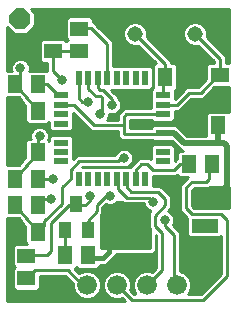
<source format=gtl>
G75*
%MOIN*%
%OFA0B0*%
%FSLAX25Y25*%
%IPPOS*%
%LPD*%
%AMOC8*
5,1,8,0,0,1.08239X$1,22.5*
%
%ADD10R,0.06299X0.05118*%
%ADD11R,0.05118X0.06299*%
%ADD12R,0.05000X0.02200*%
%ADD13R,0.02200X0.05000*%
%ADD14C,0.05150*%
%ADD15R,0.08800X0.04800*%
%ADD16R,0.08661X0.14173*%
%ADD17OC8,0.07000*%
%ADD18R,0.03937X0.05512*%
%ADD19R,0.05906X0.05118*%
%ADD20R,0.05118X0.05906*%
%ADD21C,0.06600*%
%ADD22C,0.00984*%
%ADD23C,0.01000*%
%ADD24C,0.03175*%
%ADD25C,0.01200*%
%ADD26C,0.01600*%
%ADD27C,0.01969*%
D10*
X0092102Y0089642D03*
X0092102Y0097516D03*
D11*
X0081768Y0097024D03*
X0073894Y0097024D03*
X0083736Y0080783D03*
X0091610Y0080783D03*
D12*
X0073077Y0081374D03*
X0073077Y0078224D03*
X0073077Y0075075D03*
X0073077Y0071925D03*
X0073077Y0068776D03*
X0073077Y0084524D03*
X0073077Y0087673D03*
X0073077Y0090823D03*
X0039277Y0090823D03*
X0039277Y0087673D03*
X0039277Y0084524D03*
X0039277Y0081374D03*
X0039277Y0078224D03*
X0039277Y0075075D03*
X0039277Y0071925D03*
X0039277Y0068776D03*
D13*
X0045154Y0062899D03*
X0048303Y0062899D03*
X0051453Y0062899D03*
X0054602Y0062899D03*
X0057752Y0062899D03*
X0060902Y0062899D03*
X0064051Y0062899D03*
X0067201Y0062899D03*
X0067201Y0096699D03*
X0064051Y0096699D03*
X0060902Y0096699D03*
X0057752Y0096699D03*
X0054602Y0096699D03*
X0051453Y0096699D03*
X0048303Y0096699D03*
X0045154Y0096699D03*
D14*
X0063894Y0111295D03*
X0083894Y0111295D03*
D15*
X0087078Y0056419D03*
X0087078Y0047319D03*
X0087078Y0038219D03*
D16*
X0062677Y0047319D03*
D17*
X0025665Y0116217D03*
D18*
X0044366Y0054602D03*
X0040626Y0045941D03*
X0048106Y0045941D03*
D19*
X0027634Y0037280D03*
X0027634Y0029799D03*
X0036492Y0105587D03*
X0036492Y0113067D03*
X0045350Y0113067D03*
X0045350Y0105587D03*
D20*
X0031374Y0094563D03*
X0023894Y0094563D03*
X0023894Y0085705D03*
X0031374Y0085705D03*
X0031374Y0071925D03*
X0023894Y0071925D03*
X0023894Y0063067D03*
X0031374Y0063067D03*
X0031374Y0054209D03*
X0023894Y0054209D03*
X0023894Y0045350D03*
X0031374Y0045350D03*
X0040626Y0037476D03*
X0048106Y0037476D03*
X0081965Y0067988D03*
X0089445Y0067988D03*
D21*
X0077831Y0027634D03*
X0067831Y0027634D03*
X0057831Y0027634D03*
X0047831Y0027634D03*
X0037831Y0027634D03*
D22*
X0041413Y0032555D02*
X0046335Y0027634D01*
X0047831Y0027634D01*
X0041413Y0032555D02*
X0030390Y0032555D01*
X0027634Y0029799D01*
X0027634Y0037280D02*
X0030783Y0037476D01*
X0034524Y0037476D01*
X0036000Y0038953D01*
X0036000Y0048303D01*
X0041906Y0054209D01*
X0044760Y0054209D01*
X0044366Y0054602D01*
X0044760Y0054209D02*
X0047319Y0054209D01*
X0048795Y0055685D01*
X0048795Y0057161D01*
X0051256Y0054209D02*
X0054209Y0057161D01*
X0055685Y0057161D01*
X0058146Y0059622D02*
X0061098Y0056669D01*
X0068480Y0056669D01*
X0069957Y0055193D01*
X0071433Y0058638D02*
X0073894Y0056177D01*
X0073894Y0054209D01*
X0070449Y0050764D01*
X0070449Y0047319D01*
X0072909Y0044858D01*
X0072909Y0032555D01*
X0067988Y0027634D01*
X0067831Y0027634D01*
X0062752Y0022713D02*
X0086689Y0022713D01*
X0094563Y0030587D01*
X0094563Y0049287D01*
X0092594Y0051256D01*
X0082752Y0051256D01*
X0080783Y0053224D01*
X0080783Y0060114D01*
X0082752Y0062083D01*
X0087673Y0062083D01*
X0088657Y0063067D01*
X0088657Y0067201D01*
X0089445Y0067988D01*
X0088511Y0060114D02*
X0095055Y0060114D01*
X0095055Y0053224D01*
X0093432Y0053224D01*
X0093416Y0053240D01*
X0083574Y0053240D01*
X0082768Y0054046D01*
X0082768Y0059146D01*
X0083720Y0060098D01*
X0088495Y0060098D01*
X0088511Y0060114D01*
X0083675Y0060053D02*
X0095055Y0060053D01*
X0095055Y0059070D02*
X0082768Y0059070D01*
X0082768Y0058088D02*
X0095055Y0058088D01*
X0095055Y0057105D02*
X0082768Y0057105D01*
X0082768Y0056122D02*
X0095055Y0056122D01*
X0095055Y0055139D02*
X0082768Y0055139D01*
X0082768Y0054157D02*
X0095055Y0054157D01*
X0081965Y0067988D02*
X0078815Y0067988D01*
X0076846Y0066020D01*
X0069957Y0066020D01*
X0067988Y0067988D01*
X0066020Y0067988D01*
X0064051Y0066020D01*
X0064051Y0062899D01*
X0061098Y0062702D02*
X0061098Y0060114D01*
X0062575Y0058638D01*
X0071433Y0058638D01*
X0073894Y0049287D02*
X0073894Y0047319D01*
X0076846Y0044366D01*
X0076846Y0028618D01*
X0077831Y0027634D01*
X0062752Y0022713D02*
X0057831Y0027634D01*
X0048106Y0045941D02*
X0048106Y0049091D01*
X0051256Y0052240D01*
X0051256Y0054209D01*
X0058146Y0059622D02*
X0058146Y0062506D01*
X0057752Y0062899D01*
X0060902Y0062899D02*
X0061098Y0062702D01*
X0058146Y0068972D02*
X0045350Y0068972D01*
X0042398Y0066020D01*
X0039937Y0060606D02*
X0039445Y0060114D01*
X0039445Y0054701D01*
X0033539Y0048795D01*
X0033539Y0047516D01*
X0031374Y0045350D01*
X0023894Y0054209D01*
X0031374Y0054209D02*
X0033343Y0056177D01*
X0036000Y0056177D01*
X0040626Y0045941D02*
X0040626Y0037476D01*
X0023894Y0063067D02*
X0031374Y0071925D01*
X0031374Y0085705D02*
X0023894Y0094563D01*
X0031374Y0094563D02*
X0034524Y0094563D01*
X0037476Y0091610D01*
X0038490Y0091610D01*
X0039277Y0090823D01*
X0039277Y0087673D02*
X0043382Y0087673D01*
X0050272Y0080783D01*
X0060114Y0080783D01*
X0060114Y0077831D01*
X0072683Y0077831D01*
X0073077Y0078224D01*
X0071699Y0078815D01*
X0073077Y0084524D02*
X0060902Y0084524D01*
X0060114Y0083736D01*
X0060114Y0080783D01*
X0056177Y0089642D02*
X0053224Y0092594D01*
X0052240Y0092594D01*
X0051453Y0093382D01*
X0051453Y0096699D01*
X0054602Y0096699D02*
X0054602Y0107949D01*
X0049287Y0113264D01*
X0045547Y0113264D01*
X0045350Y0113067D01*
X0045350Y0105587D02*
X0036492Y0105587D01*
X0036492Y0098992D01*
X0039445Y0096039D01*
X0045154Y0092791D02*
X0045154Y0089839D01*
X0046335Y0088657D01*
X0048303Y0088657D01*
X0050764Y0090626D02*
X0048303Y0093087D01*
X0048303Y0096699D01*
X0050764Y0090626D02*
X0052240Y0090626D01*
X0052732Y0090134D01*
X0059130Y0069957D02*
X0058146Y0068972D01*
X0059130Y0069957D02*
X0060114Y0069957D01*
X0073077Y0087673D02*
X0077831Y0087673D01*
X0081768Y0091610D01*
X0085705Y0091610D01*
X0091610Y0097516D01*
X0092102Y0097516D01*
X0092102Y0103087D01*
X0083894Y0111295D01*
X0073894Y0101295D02*
X0073894Y0097024D01*
X0073077Y0096207D01*
X0073077Y0090823D01*
X0073894Y0101295D02*
X0063894Y0111295D01*
D23*
X0021244Y0049772D02*
X0021244Y0022228D01*
X0060441Y0022228D01*
X0059516Y0023154D01*
X0058782Y0022850D01*
X0056879Y0022850D01*
X0055121Y0023578D01*
X0053775Y0024924D01*
X0053046Y0026682D01*
X0053046Y0028586D01*
X0053775Y0030344D01*
X0055121Y0031690D01*
X0056879Y0032418D01*
X0058782Y0032418D01*
X0060541Y0031690D01*
X0061887Y0030344D01*
X0062615Y0028586D01*
X0062615Y0026682D01*
X0062311Y0025949D01*
X0063571Y0024689D01*
X0064010Y0024689D01*
X0063775Y0024924D01*
X0063046Y0026682D01*
X0063046Y0028586D01*
X0063775Y0030344D01*
X0065121Y0031690D01*
X0066879Y0032418D01*
X0068782Y0032418D01*
X0069627Y0032068D01*
X0070933Y0033374D01*
X0070933Y0044040D01*
X0070860Y0044113D01*
X0070860Y0039015D01*
X0069639Y0037794D01*
X0057477Y0037794D01*
X0057477Y0037514D01*
X0056139Y0036176D01*
X0054171Y0034208D01*
X0052150Y0034208D01*
X0052150Y0033909D01*
X0051280Y0033039D01*
X0044932Y0033039D01*
X0044366Y0033606D01*
X0043800Y0033039D01*
X0043724Y0033039D01*
X0045097Y0031666D01*
X0045121Y0031690D01*
X0046879Y0032418D01*
X0048782Y0032418D01*
X0050541Y0031690D01*
X0051887Y0030344D01*
X0052615Y0028586D01*
X0052615Y0026682D01*
X0051887Y0024924D01*
X0050541Y0023578D01*
X0048782Y0022850D01*
X0046879Y0022850D01*
X0045121Y0023578D01*
X0043775Y0024924D01*
X0043046Y0026682D01*
X0043046Y0028127D01*
X0040595Y0030579D01*
X0032071Y0030579D01*
X0032071Y0026625D01*
X0031201Y0025756D01*
X0024066Y0025756D01*
X0023197Y0026625D01*
X0023197Y0032973D01*
X0023763Y0033539D01*
X0023197Y0034106D01*
X0023197Y0040453D01*
X0024066Y0041323D01*
X0027791Y0041323D01*
X0027331Y0041783D01*
X0027331Y0047075D01*
X0025054Y0049772D01*
X0021244Y0049772D01*
X0021244Y0049715D02*
X0025101Y0049715D01*
X0025945Y0048717D02*
X0021244Y0048717D01*
X0021244Y0047718D02*
X0026788Y0047718D01*
X0027331Y0046720D02*
X0021244Y0046720D01*
X0021244Y0045721D02*
X0027331Y0045721D01*
X0027331Y0044723D02*
X0021244Y0044723D01*
X0021244Y0043724D02*
X0027331Y0043724D01*
X0027331Y0042726D02*
X0021244Y0042726D01*
X0021244Y0041727D02*
X0027386Y0041727D01*
X0023472Y0040729D02*
X0021244Y0040729D01*
X0021244Y0039730D02*
X0023197Y0039730D01*
X0023197Y0038732D02*
X0021244Y0038732D01*
X0021244Y0037733D02*
X0023197Y0037733D01*
X0023197Y0036735D02*
X0021244Y0036735D01*
X0021244Y0035736D02*
X0023197Y0035736D01*
X0023197Y0034738D02*
X0021244Y0034738D01*
X0021244Y0033739D02*
X0023564Y0033739D01*
X0023197Y0032740D02*
X0021244Y0032740D01*
X0021244Y0031742D02*
X0023197Y0031742D01*
X0023197Y0030743D02*
X0021244Y0030743D01*
X0021244Y0029745D02*
X0023197Y0029745D01*
X0023197Y0028746D02*
X0021244Y0028746D01*
X0021244Y0027748D02*
X0023197Y0027748D01*
X0023197Y0026749D02*
X0021244Y0026749D01*
X0021244Y0025751D02*
X0043432Y0025751D01*
X0043046Y0026749D02*
X0032071Y0026749D01*
X0032071Y0027748D02*
X0043046Y0027748D01*
X0042427Y0028746D02*
X0032071Y0028746D01*
X0032071Y0029745D02*
X0041429Y0029745D01*
X0044023Y0032740D02*
X0070300Y0032740D01*
X0070933Y0033739D02*
X0051980Y0033739D01*
X0050415Y0031742D02*
X0055247Y0031742D01*
X0054174Y0030743D02*
X0051487Y0030743D01*
X0052135Y0029745D02*
X0053527Y0029745D01*
X0053113Y0028746D02*
X0052548Y0028746D01*
X0052615Y0027748D02*
X0053046Y0027748D01*
X0053046Y0026749D02*
X0052615Y0026749D01*
X0052229Y0025751D02*
X0053432Y0025751D01*
X0053946Y0024752D02*
X0051715Y0024752D01*
X0050717Y0023754D02*
X0054945Y0023754D01*
X0059914Y0022755D02*
X0021244Y0022755D01*
X0021244Y0023754D02*
X0044945Y0023754D01*
X0043946Y0024752D02*
X0021244Y0024752D01*
X0045022Y0031742D02*
X0045247Y0031742D01*
X0054700Y0034738D02*
X0070933Y0034738D01*
X0070933Y0035736D02*
X0055699Y0035736D01*
X0056697Y0036735D02*
X0070933Y0036735D01*
X0070933Y0037733D02*
X0057477Y0037733D01*
X0060415Y0031742D02*
X0065247Y0031742D01*
X0064174Y0030743D02*
X0061487Y0030743D01*
X0062135Y0029745D02*
X0063527Y0029745D01*
X0063113Y0028746D02*
X0062548Y0028746D01*
X0062615Y0027748D02*
X0063046Y0027748D01*
X0063046Y0026749D02*
X0062615Y0026749D01*
X0062509Y0025751D02*
X0063432Y0025751D01*
X0063507Y0024752D02*
X0063946Y0024752D01*
X0070577Y0038732D02*
X0070933Y0038732D01*
X0070933Y0039730D02*
X0070860Y0039730D01*
X0070860Y0040729D02*
X0070933Y0040729D01*
X0070933Y0041727D02*
X0070860Y0041727D01*
X0070860Y0042726D02*
X0070933Y0042726D01*
X0070933Y0043724D02*
X0070860Y0043724D01*
X0076479Y0047529D02*
X0076498Y0047547D01*
X0076965Y0048676D01*
X0076965Y0049898D01*
X0076498Y0051027D01*
X0075634Y0051891D01*
X0074741Y0052261D01*
X0075870Y0053390D01*
X0075870Y0056996D01*
X0074712Y0058154D01*
X0072252Y0060614D01*
X0069785Y0060614D01*
X0069785Y0064043D01*
X0077665Y0064043D01*
X0077982Y0064360D01*
X0078791Y0063551D01*
X0081425Y0063551D01*
X0079965Y0062091D01*
X0078807Y0060933D01*
X0078807Y0052406D01*
X0081194Y0050019D01*
X0081194Y0044304D01*
X0082063Y0043435D01*
X0092093Y0043435D01*
X0092587Y0043929D01*
X0092587Y0031405D01*
X0085870Y0024689D01*
X0081652Y0024689D01*
X0081887Y0024924D01*
X0082615Y0026682D01*
X0082615Y0028586D01*
X0081887Y0030344D01*
X0080541Y0031690D01*
X0078823Y0032401D01*
X0078823Y0045185D01*
X0076479Y0047529D01*
X0076568Y0047718D02*
X0081194Y0047718D01*
X0081194Y0046720D02*
X0077288Y0046720D01*
X0078286Y0045721D02*
X0081194Y0045721D01*
X0081194Y0044723D02*
X0078823Y0044723D01*
X0078823Y0043724D02*
X0081774Y0043724D01*
X0078823Y0042726D02*
X0092587Y0042726D01*
X0092587Y0043724D02*
X0092382Y0043724D01*
X0092587Y0041727D02*
X0078823Y0041727D01*
X0078823Y0040729D02*
X0092587Y0040729D01*
X0092587Y0039730D02*
X0078823Y0039730D01*
X0078823Y0038732D02*
X0092587Y0038732D01*
X0092587Y0037733D02*
X0078823Y0037733D01*
X0078823Y0036735D02*
X0092587Y0036735D01*
X0092587Y0035736D02*
X0078823Y0035736D01*
X0078823Y0034738D02*
X0092587Y0034738D01*
X0092587Y0033739D02*
X0078823Y0033739D01*
X0078823Y0032740D02*
X0092587Y0032740D01*
X0092587Y0031742D02*
X0080415Y0031742D01*
X0081487Y0030743D02*
X0091925Y0030743D01*
X0090926Y0029745D02*
X0082135Y0029745D01*
X0082548Y0028746D02*
X0089928Y0028746D01*
X0088929Y0027748D02*
X0082615Y0027748D01*
X0082615Y0026749D02*
X0087931Y0026749D01*
X0086932Y0025751D02*
X0082229Y0025751D01*
X0081715Y0024752D02*
X0085934Y0024752D01*
X0081194Y0048717D02*
X0076965Y0048717D01*
X0076965Y0049715D02*
X0081194Y0049715D01*
X0080499Y0050714D02*
X0076628Y0050714D01*
X0075813Y0051712D02*
X0079501Y0051712D01*
X0078807Y0052711D02*
X0075191Y0052711D01*
X0075870Y0053709D02*
X0078807Y0053709D01*
X0078807Y0054708D02*
X0075870Y0054708D01*
X0075870Y0055706D02*
X0078807Y0055706D01*
X0078807Y0056705D02*
X0075870Y0056705D01*
X0075163Y0057703D02*
X0078807Y0057703D01*
X0078807Y0058702D02*
X0074164Y0058702D01*
X0073166Y0059700D02*
X0078807Y0059700D01*
X0078807Y0060699D02*
X0069785Y0060699D01*
X0069785Y0061697D02*
X0079572Y0061697D01*
X0080570Y0062696D02*
X0069785Y0062696D01*
X0069785Y0063694D02*
X0078648Y0063694D01*
X0077061Y0069030D02*
X0077061Y0073640D01*
X0076192Y0074509D01*
X0069962Y0074509D01*
X0069093Y0073640D01*
X0069093Y0069678D01*
X0068807Y0069965D01*
X0065201Y0069965D01*
X0064043Y0068807D01*
X0062120Y0066883D01*
X0046056Y0066883D01*
X0046169Y0066996D01*
X0058964Y0066996D01*
X0059044Y0067075D01*
X0059503Y0066885D01*
X0060725Y0066885D01*
X0061854Y0067353D01*
X0062718Y0068217D01*
X0063186Y0069346D01*
X0063186Y0070568D01*
X0062718Y0071697D01*
X0061854Y0072561D01*
X0060725Y0073028D01*
X0059503Y0073028D01*
X0058374Y0072561D01*
X0057510Y0071697D01*
X0057200Y0070949D01*
X0044532Y0070949D01*
X0043261Y0069678D01*
X0043261Y0076790D01*
X0042392Y0077659D01*
X0036162Y0077659D01*
X0035293Y0076790D01*
X0035293Y0075617D01*
X0034856Y0076054D01*
X0035135Y0076728D01*
X0035135Y0077950D01*
X0034667Y0079079D01*
X0033803Y0079943D01*
X0032674Y0080410D01*
X0031452Y0080410D01*
X0030323Y0079943D01*
X0029459Y0079079D01*
X0028991Y0077950D01*
X0028991Y0076728D01*
X0029143Y0076362D01*
X0028200Y0076362D01*
X0027331Y0075493D01*
X0027331Y0070200D01*
X0025054Y0067504D01*
X0021244Y0067504D01*
X0021244Y0090126D01*
X0025054Y0090126D01*
X0027331Y0087430D01*
X0027331Y0082137D01*
X0028200Y0081268D01*
X0034548Y0081268D01*
X0035293Y0082013D01*
X0035293Y0079659D01*
X0036162Y0078790D01*
X0042392Y0078790D01*
X0043261Y0079659D01*
X0043261Y0084999D01*
X0048295Y0079965D01*
X0049453Y0078807D01*
X0058138Y0078807D01*
X0058138Y0077012D01*
X0059296Y0075854D01*
X0069748Y0075854D01*
X0069962Y0075640D01*
X0076038Y0075640D01*
X0078199Y0073480D01*
X0078893Y0072785D01*
X0079762Y0072425D01*
X0078791Y0072425D01*
X0077921Y0071556D01*
X0077921Y0069890D01*
X0077061Y0069030D01*
X0077061Y0069685D02*
X0077717Y0069685D01*
X0077921Y0070684D02*
X0077061Y0070684D01*
X0077061Y0071682D02*
X0078048Y0071682D01*
X0077061Y0072681D02*
X0079145Y0072681D01*
X0077999Y0073679D02*
X0077022Y0073679D01*
X0077000Y0074678D02*
X0043261Y0074678D01*
X0043261Y0075676D02*
X0069926Y0075676D01*
X0069132Y0073679D02*
X0043261Y0073679D01*
X0043261Y0072681D02*
X0058665Y0072681D01*
X0057504Y0071682D02*
X0043261Y0071682D01*
X0043261Y0070684D02*
X0044267Y0070684D01*
X0043268Y0069685D02*
X0043261Y0069685D01*
X0042398Y0066020D02*
X0042398Y0063067D01*
X0039937Y0060606D01*
X0036492Y0063067D02*
X0031374Y0063067D01*
X0026053Y0068687D02*
X0021244Y0068687D01*
X0021244Y0069685D02*
X0026896Y0069685D01*
X0027331Y0070684D02*
X0021244Y0070684D01*
X0021244Y0071682D02*
X0027331Y0071682D01*
X0027331Y0072681D02*
X0021244Y0072681D01*
X0021244Y0073679D02*
X0027331Y0073679D01*
X0027331Y0074678D02*
X0021244Y0074678D01*
X0021244Y0075676D02*
X0027514Y0075676D01*
X0029013Y0076675D02*
X0021244Y0076675D01*
X0021244Y0077673D02*
X0028991Y0077673D01*
X0029291Y0078672D02*
X0021244Y0078672D01*
X0021244Y0079671D02*
X0030051Y0079671D01*
X0031374Y0077043D02*
X0031374Y0071925D01*
X0031374Y0077043D02*
X0032063Y0077339D01*
X0034835Y0078672D02*
X0058138Y0078672D01*
X0058138Y0077673D02*
X0035135Y0077673D01*
X0035113Y0076675D02*
X0035293Y0076675D01*
X0035293Y0075676D02*
X0035234Y0075676D01*
X0035293Y0079671D02*
X0034075Y0079671D01*
X0035293Y0080669D02*
X0021244Y0080669D01*
X0021244Y0081668D02*
X0027800Y0081668D01*
X0027331Y0082666D02*
X0021244Y0082666D01*
X0021244Y0083665D02*
X0027331Y0083665D01*
X0027331Y0084663D02*
X0021244Y0084663D01*
X0021244Y0085662D02*
X0027331Y0085662D01*
X0027331Y0086660D02*
X0021244Y0086660D01*
X0021244Y0087659D02*
X0027137Y0087659D01*
X0026294Y0088657D02*
X0021244Y0088657D01*
X0021244Y0089656D02*
X0025451Y0089656D01*
X0023894Y0094563D02*
X0025665Y0096335D01*
X0025665Y0099976D01*
X0028586Y0099000D02*
X0028737Y0099365D01*
X0028737Y0100587D01*
X0028269Y0101716D01*
X0027405Y0102580D01*
X0026276Y0103048D01*
X0025054Y0103048D01*
X0023925Y0102580D01*
X0023061Y0101716D01*
X0022594Y0100587D01*
X0022594Y0099365D01*
X0022745Y0099000D01*
X0021244Y0099000D01*
X0021244Y0113589D01*
X0023601Y0111232D01*
X0027730Y0111232D01*
X0030650Y0114152D01*
X0030650Y0118281D01*
X0029277Y0119654D01*
X0095047Y0119654D01*
X0095047Y0101559D01*
X0094079Y0101559D01*
X0094079Y0103905D01*
X0087819Y0110165D01*
X0087953Y0110488D01*
X0087953Y0112103D01*
X0087335Y0113595D01*
X0086193Y0114736D01*
X0084701Y0115354D01*
X0083086Y0115354D01*
X0081594Y0114736D01*
X0080453Y0113595D01*
X0079835Y0112103D01*
X0079835Y0110488D01*
X0080453Y0108996D01*
X0081594Y0107854D01*
X0083086Y0107236D01*
X0084701Y0107236D01*
X0085024Y0107370D01*
X0090126Y0102268D01*
X0090126Y0101559D01*
X0088338Y0101559D01*
X0087469Y0100690D01*
X0087469Y0096169D01*
X0084886Y0093587D01*
X0080949Y0093587D01*
X0079791Y0092429D01*
X0077061Y0089699D01*
X0077061Y0092390D01*
X0077068Y0092390D01*
X0077937Y0093259D01*
X0077937Y0100788D01*
X0077068Y0101657D01*
X0075870Y0101657D01*
X0075870Y0102114D01*
X0074712Y0103272D01*
X0067819Y0110165D01*
X0067953Y0110488D01*
X0067953Y0112103D01*
X0067335Y0113595D01*
X0066193Y0114736D01*
X0064701Y0115354D01*
X0063086Y0115354D01*
X0061594Y0114736D01*
X0060453Y0113595D01*
X0059835Y0112103D01*
X0059835Y0110488D01*
X0060453Y0108996D01*
X0061594Y0107854D01*
X0063086Y0107236D01*
X0064701Y0107236D01*
X0065024Y0107370D01*
X0070736Y0101657D01*
X0070720Y0101657D01*
X0069850Y0100788D01*
X0069850Y0093295D01*
X0069093Y0092538D01*
X0069093Y0086500D01*
X0060083Y0086500D01*
X0059296Y0085713D01*
X0058138Y0084555D01*
X0058138Y0082760D01*
X0054623Y0082760D01*
X0054844Y0082981D01*
X0055312Y0084109D01*
X0055312Y0084707D01*
X0055566Y0084602D01*
X0056788Y0084602D01*
X0057917Y0085069D01*
X0058781Y0085933D01*
X0059249Y0087062D01*
X0059249Y0088284D01*
X0058781Y0089413D01*
X0058161Y0090033D01*
X0058161Y0090464D01*
X0056999Y0091626D01*
X0056988Y0091626D01*
X0055899Y0092715D01*
X0068916Y0092715D01*
X0069785Y0093584D01*
X0069785Y0099814D01*
X0068916Y0100683D01*
X0056579Y0100683D01*
X0056579Y0108767D01*
X0051264Y0114082D01*
X0050106Y0115240D01*
X0049787Y0115240D01*
X0049787Y0116241D01*
X0048918Y0117110D01*
X0041783Y0117110D01*
X0040913Y0116241D01*
X0040913Y0109893D01*
X0041480Y0109327D01*
X0040921Y0108768D01*
X0040060Y0109630D01*
X0032925Y0109630D01*
X0032055Y0108760D01*
X0032055Y0102413D01*
X0032925Y0101543D01*
X0034516Y0101543D01*
X0034516Y0099000D01*
X0028586Y0099000D01*
X0028737Y0099641D02*
X0034516Y0099641D01*
X0034516Y0100639D02*
X0028716Y0100639D01*
X0028302Y0101638D02*
X0032830Y0101638D01*
X0032055Y0102636D02*
X0027270Y0102636D01*
X0024060Y0102636D02*
X0021244Y0102636D01*
X0021244Y0101638D02*
X0023029Y0101638D01*
X0022615Y0100639D02*
X0021244Y0100639D01*
X0021244Y0099641D02*
X0022594Y0099641D01*
X0021244Y0103635D02*
X0032055Y0103635D01*
X0032055Y0104633D02*
X0021244Y0104633D01*
X0021244Y0105632D02*
X0032055Y0105632D01*
X0032055Y0106630D02*
X0021244Y0106630D01*
X0021244Y0107629D02*
X0032055Y0107629D01*
X0032055Y0108627D02*
X0021244Y0108627D01*
X0021244Y0109626D02*
X0032921Y0109626D01*
X0030118Y0113620D02*
X0040913Y0113620D01*
X0040913Y0114618D02*
X0030650Y0114618D01*
X0030650Y0115617D02*
X0040913Y0115617D01*
X0041288Y0116615D02*
X0030650Y0116615D01*
X0030650Y0117614D02*
X0095047Y0117614D01*
X0095047Y0118612D02*
X0030318Y0118612D01*
X0029320Y0119611D02*
X0095047Y0119611D01*
X0095047Y0116615D02*
X0049413Y0116615D01*
X0049787Y0115617D02*
X0095047Y0115617D01*
X0095047Y0114618D02*
X0086311Y0114618D01*
X0087309Y0113620D02*
X0095047Y0113620D01*
X0095047Y0112621D02*
X0087738Y0112621D01*
X0087953Y0111623D02*
X0095047Y0111623D01*
X0095047Y0110624D02*
X0087953Y0110624D01*
X0088358Y0109626D02*
X0095047Y0109626D01*
X0095047Y0108627D02*
X0089357Y0108627D01*
X0090355Y0107629D02*
X0095047Y0107629D01*
X0095047Y0106630D02*
X0091354Y0106630D01*
X0092352Y0105632D02*
X0095047Y0105632D01*
X0095047Y0104633D02*
X0093351Y0104633D01*
X0094079Y0103635D02*
X0095047Y0103635D01*
X0095047Y0102636D02*
X0094079Y0102636D01*
X0094079Y0101638D02*
X0095047Y0101638D01*
X0090126Y0101638D02*
X0077087Y0101638D01*
X0077937Y0100639D02*
X0087469Y0100639D01*
X0087469Y0099641D02*
X0077937Y0099641D01*
X0077937Y0098642D02*
X0087469Y0098642D01*
X0087469Y0097644D02*
X0077937Y0097644D01*
X0077937Y0096645D02*
X0087469Y0096645D01*
X0086946Y0095647D02*
X0077937Y0095647D01*
X0077937Y0094648D02*
X0085948Y0094648D01*
X0084949Y0093650D02*
X0077937Y0093650D01*
X0077329Y0092651D02*
X0080014Y0092651D01*
X0079015Y0091653D02*
X0077061Y0091653D01*
X0077061Y0090654D02*
X0078017Y0090654D01*
X0080611Y0087659D02*
X0095047Y0087659D01*
X0095047Y0088657D02*
X0081610Y0088657D01*
X0082586Y0089634D02*
X0086523Y0089634D01*
X0090362Y0093472D01*
X0095047Y0093472D01*
X0095047Y0085154D01*
X0094784Y0085417D01*
X0088436Y0085417D01*
X0087567Y0084548D01*
X0087567Y0077346D01*
X0081314Y0077346D01*
X0078245Y0080416D01*
X0077337Y0080791D01*
X0076209Y0080791D01*
X0076192Y0080809D01*
X0072064Y0080809D01*
X0071725Y0080954D01*
X0071362Y0080809D01*
X0069962Y0080809D01*
X0069093Y0079939D01*
X0069093Y0079807D01*
X0062091Y0079807D01*
X0062091Y0082547D01*
X0069354Y0082547D01*
X0069962Y0081939D01*
X0076192Y0081939D01*
X0077061Y0082809D01*
X0077061Y0085697D01*
X0078649Y0085697D01*
X0082586Y0089634D01*
X0079613Y0086660D02*
X0095047Y0086660D01*
X0095047Y0085662D02*
X0077061Y0085662D01*
X0077061Y0084663D02*
X0087682Y0084663D01*
X0087567Y0083665D02*
X0077061Y0083665D01*
X0076919Y0082666D02*
X0087567Y0082666D01*
X0087567Y0081668D02*
X0062091Y0081668D01*
X0062091Y0080669D02*
X0069823Y0080669D01*
X0069093Y0086660D02*
X0059082Y0086660D01*
X0059245Y0085662D02*
X0058509Y0085662D01*
X0058246Y0084663D02*
X0056937Y0084663D01*
X0055418Y0084663D02*
X0055312Y0084663D01*
X0055128Y0083665D02*
X0058138Y0083665D01*
X0059249Y0087659D02*
X0069093Y0087659D01*
X0069093Y0088657D02*
X0059094Y0088657D01*
X0058539Y0089656D02*
X0069093Y0089656D01*
X0069093Y0090654D02*
X0057971Y0090654D01*
X0056961Y0091653D02*
X0069093Y0091653D01*
X0069206Y0092651D02*
X0055963Y0092651D01*
X0056177Y0089642D02*
X0056177Y0087673D01*
X0052732Y0085213D02*
X0052240Y0084720D01*
X0052732Y0085213D02*
X0052732Y0090134D01*
X0051453Y0096699D02*
X0051256Y0097487D01*
X0045154Y0096699D02*
X0045154Y0092791D01*
X0043597Y0084663D02*
X0043261Y0084663D01*
X0043261Y0083665D02*
X0044596Y0083665D01*
X0045594Y0082666D02*
X0043261Y0082666D01*
X0043261Y0081668D02*
X0046593Y0081668D01*
X0047591Y0080669D02*
X0043261Y0080669D01*
X0043261Y0079671D02*
X0048590Y0079671D01*
X0043261Y0076675D02*
X0058475Y0076675D01*
X0061564Y0072681D02*
X0069093Y0072681D01*
X0069093Y0071682D02*
X0062724Y0071682D01*
X0063138Y0070684D02*
X0069093Y0070684D01*
X0069086Y0069685D02*
X0069093Y0069685D01*
X0064922Y0069685D02*
X0063186Y0069685D01*
X0062913Y0068687D02*
X0063923Y0068687D01*
X0062925Y0067688D02*
X0062190Y0067688D01*
X0077633Y0080669D02*
X0087567Y0080669D01*
X0087567Y0079671D02*
X0078990Y0079671D01*
X0079988Y0078672D02*
X0087567Y0078672D01*
X0087567Y0077673D02*
X0080987Y0077673D01*
X0086545Y0089656D02*
X0095047Y0089656D01*
X0095047Y0090654D02*
X0087544Y0090654D01*
X0088542Y0091653D02*
X0095047Y0091653D01*
X0095047Y0092651D02*
X0089541Y0092651D01*
X0089758Y0102636D02*
X0075348Y0102636D01*
X0074712Y0103272D02*
X0074712Y0103272D01*
X0074349Y0103635D02*
X0088759Y0103635D01*
X0087761Y0104633D02*
X0073351Y0104633D01*
X0072352Y0105632D02*
X0086762Y0105632D01*
X0085764Y0106630D02*
X0071354Y0106630D01*
X0070355Y0107629D02*
X0082138Y0107629D01*
X0080821Y0108627D02*
X0069357Y0108627D01*
X0068358Y0109626D02*
X0080192Y0109626D01*
X0079835Y0110624D02*
X0067953Y0110624D01*
X0067953Y0111623D02*
X0079835Y0111623D01*
X0080050Y0112621D02*
X0067738Y0112621D01*
X0067309Y0113620D02*
X0080478Y0113620D01*
X0081476Y0114618D02*
X0066311Y0114618D01*
X0061476Y0114618D02*
X0050728Y0114618D01*
X0051726Y0113620D02*
X0060478Y0113620D01*
X0060050Y0112621D02*
X0052725Y0112621D01*
X0053723Y0111623D02*
X0059835Y0111623D01*
X0059835Y0110624D02*
X0054722Y0110624D01*
X0055720Y0109626D02*
X0060192Y0109626D01*
X0060821Y0108627D02*
X0056579Y0108627D01*
X0056579Y0107629D02*
X0062138Y0107629D01*
X0065764Y0106630D02*
X0056579Y0106630D01*
X0056579Y0105632D02*
X0066762Y0105632D01*
X0067761Y0104633D02*
X0056579Y0104633D01*
X0056579Y0103635D02*
X0068759Y0103635D01*
X0069758Y0102636D02*
X0056579Y0102636D01*
X0056579Y0101638D02*
X0070700Y0101638D01*
X0069850Y0100639D02*
X0068960Y0100639D01*
X0069785Y0099641D02*
X0069850Y0099641D01*
X0069850Y0098642D02*
X0069785Y0098642D01*
X0069785Y0097644D02*
X0069850Y0097644D01*
X0069850Y0096645D02*
X0069785Y0096645D01*
X0069785Y0095647D02*
X0069850Y0095647D01*
X0069850Y0094648D02*
X0069785Y0094648D01*
X0069785Y0093650D02*
X0069850Y0093650D01*
X0041181Y0109626D02*
X0040064Y0109626D01*
X0040913Y0110624D02*
X0021244Y0110624D01*
X0021244Y0111623D02*
X0023210Y0111623D01*
X0022212Y0112621D02*
X0021244Y0112621D01*
X0028120Y0111623D02*
X0040913Y0111623D01*
X0040913Y0112621D02*
X0029119Y0112621D01*
X0034948Y0081668D02*
X0035293Y0081668D01*
X0025209Y0067688D02*
X0021244Y0067688D01*
D24*
X0022713Y0077831D03*
X0032063Y0077339D03*
X0036492Y0063067D03*
X0036000Y0056177D03*
X0048795Y0057161D03*
X0055193Y0052732D03*
X0055193Y0048303D03*
X0055685Y0057161D03*
X0060114Y0069957D03*
X0052240Y0084720D03*
X0048303Y0088657D03*
X0056177Y0087673D03*
X0039445Y0096039D03*
X0025665Y0099976D03*
X0069957Y0055193D03*
X0073894Y0049287D03*
X0079307Y0049287D03*
X0074878Y0062575D03*
X0094071Y0059622D03*
X0094071Y0054701D03*
X0083736Y0088165D03*
X0090626Y0115232D03*
X0073894Y0115232D03*
D25*
X0066785Y0054593D02*
X0060238Y0054593D01*
X0059953Y0054878D01*
X0057887Y0054878D01*
X0057482Y0054473D01*
X0056316Y0053990D01*
X0055054Y0053990D01*
X0054290Y0054306D01*
X0053332Y0053349D01*
X0053332Y0051380D01*
X0052713Y0050760D01*
X0052713Y0039878D01*
X0068776Y0039878D01*
X0068776Y0046056D01*
X0068372Y0046459D01*
X0068372Y0051624D01*
X0068776Y0052027D01*
X0068776Y0052249D01*
X0068160Y0052504D01*
X0067268Y0053396D01*
X0066785Y0054562D01*
X0066785Y0054593D01*
X0066804Y0054517D02*
X0057526Y0054517D01*
X0053332Y0053318D02*
X0067346Y0053318D01*
X0068776Y0052120D02*
X0053332Y0052120D01*
X0052873Y0050921D02*
X0068372Y0050921D01*
X0068372Y0049723D02*
X0052713Y0049723D01*
X0052713Y0048524D02*
X0068372Y0048524D01*
X0068372Y0047326D02*
X0052713Y0047326D01*
X0052713Y0046127D02*
X0068704Y0046127D01*
X0068776Y0044929D02*
X0052713Y0044929D01*
X0052713Y0043730D02*
X0068776Y0043730D01*
X0068776Y0042532D02*
X0052713Y0042532D01*
X0052713Y0041333D02*
X0068776Y0041333D01*
X0068776Y0040135D02*
X0052713Y0040135D01*
D26*
X0055193Y0038461D02*
X0055193Y0048303D01*
X0055193Y0038461D02*
X0053224Y0036492D01*
X0049091Y0036492D01*
X0048106Y0037476D01*
D27*
X0080291Y0074878D02*
X0091610Y0074878D01*
X0093579Y0074878D01*
X0094563Y0073894D01*
X0094563Y0060114D01*
X0094071Y0059622D01*
X0091610Y0074878D02*
X0091610Y0080783D01*
X0080291Y0074878D02*
X0076846Y0078323D01*
X0073176Y0078323D01*
X0073077Y0078224D01*
M02*

</source>
